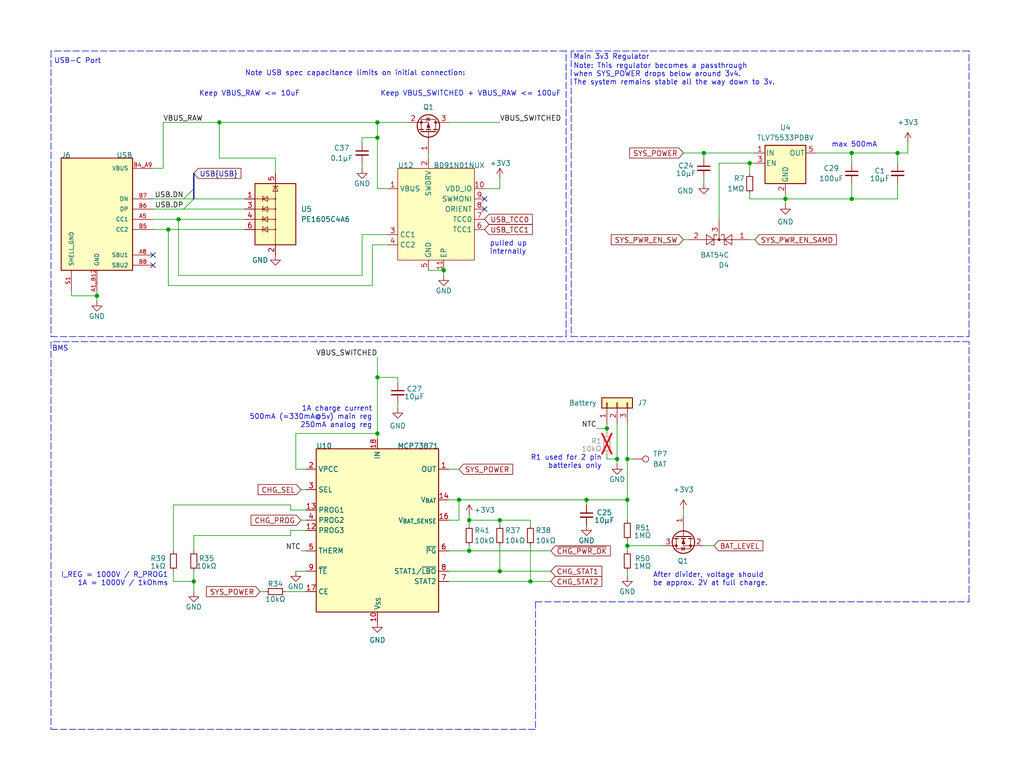
<source format=kicad_sch>
(kicad_sch (version 20231120) (generator "eeschema") (generator_version "8.0")
  (paper "User" 254.991 194.996)
  (title_block (title "TANGARA") (date "2024-06-21") (rev "4") (company "made by jacqueline") (comment 1 "SPDX-License-Identifier: CERN-OHL-S-2.0"))
  (lib_symbols
    (symbol "Battery_Management:MCP73871"
      (property "Reference" "U" (at -7.62 24.13 0))
      (property "Value" "MCP73871" (at -15.24 21.59 0))
      (symbol "MCP73871_0_1"
        (rectangle (start -15.24 20.32) (end 15.24 -20.32) (stroke (width 0.254)) (fill (type background)))
      )
      (symbol "MCP73871_1_1"
        (pin power_out line (at 17.78 15.24 180) (length 2.54) (name "OUT") (number "1"))
        (pin power_in line (at 0 -22.86 90) (length 2.54) (name "V_{SS}") (number "10"))
        (pin passive line (at 0 -22.86 90) (length 2.54) hide (name "V_{SS}") (number "11"))
        (pin bidirectional line (at -17.78 0 0) (length 2.54) (name "PROG3") (number "12"))
        (pin bidirectional line (at -17.78 5.08 0) (length 2.54) (name "PROG1") (number "13"))
        (pin power_out line (at 17.78 7.62 180) (length 2.54) (name "V_{BAT}") (number "14"))
        (pin passive line (at 17.78 7.62 180) (length 2.54) hide (name "V_{BAT}") (number "15"))
        (pin input line (at 17.78 2.54 180) (length 2.54) (name "V_{BAT_SENSE}") (number "16"))
        (pin input line (at -17.78 -15.24 0) (length 2.54) (name "CE") (number "17"))
        (pin power_in line (at 0 22.86 270) (length 2.54) (name "IN") (number "18"))
        (pin passive line (at 0 22.86 270) (length 2.54) hide (name "IN") (number "19"))
        (pin input line (at -17.78 15.24 0) (length 2.54) (name "VPCC") (number "2"))
        (pin passive line (at 17.78 15.24 180) (length 2.54) hide (name "OUT") (number "20"))
        (pin passive line (at 0 -22.86 90) (length 2.54) hide (name "V_{SS}") (number "21"))
        (pin input line (at -17.78 10.16 0) (length 2.54) (name "SEL") (number "3"))
        (pin input line (at -17.78 2.54 0) (length 2.54) (name "PROG2") (number "4"))
        (pin bidirectional line (at -17.78 -5.08 0) (length 2.54) (name "THERM") (number "5"))
        (pin open_collector line (at 17.78 -5.08 180) (length 2.54) (name "~{PG}") (number "6"))
        (pin open_collector line (at 17.78 -12.7 180) (length 2.54) (name "STAT2") (number "7"))
        (pin open_collector line (at 17.78 -10.16 180) (length 2.54) (name "STAT1/~{LBO}") (number "8"))
        (pin input line (at -17.78 -10.16 0) (length 2.54) (name "~{TE}") (number "9"))
      )
    )
    (symbol "Connector:TestPoint" (pin_numbers hide) (pin_names (offset 0.762) hide)
      (property "Reference" "TP" (at 0 6.858 0))
      (property "Value" "TestPoint" (at 0 5.08 0))
      (symbol "TestPoint_0_1"
        (circle (center 0 3.302) (radius 0.762))
      )
      (symbol "TestPoint_1_1"
        (pin passive line (at 0 0 90) (length 2.54) (name "1") (number "1"))
      )
    )
    (symbol "Connector_Generic:Conn_01x03" (pin_names (offset 1.016) hide)
      (property "Reference" "J" (at 0 5.08 0))
      (property "Value" "Conn_01x03" (at 0 -5.08 0))
      (symbol "Conn_01x03_1_1"
        (rectangle (start -1.27 -2.413) (end 0 -2.667) (stroke (width 0.1524)))
        (rectangle (start -1.27 0.127) (end 0 -0.127) (stroke (width 0.1524)))
        (rectangle (start -1.27 2.667) (end 0 2.413) (stroke (width 0.1524)))
        (rectangle (start -1.27 3.81) (end 1.27 -3.81) (stroke (width 0.254)) (fill (type background)))
        (pin passive line (at -5.08 2.54 0) (length 3.81) (name "Pin_1") (number "1"))
        (pin passive line (at -5.08 0 0) (length 3.81) (name "Pin_2") (number "2"))
        (pin passive line (at -5.08 -2.54 0) (length 3.81) (name "Pin_3") (number "3"))
      )
    )
    (symbol "Device:C_Small" (pin_numbers hide) (pin_names (offset 0.254) hide)
      (property "Reference" "C" (at 0.254 1.778 0))
      (property "Value" "C_Small" (at 0.254 -2.032 0))
      (symbol "C_Small_0_1"
        (polyline (pts (xy -1.524 -0.508) (xy 1.524 -0.508)) (stroke (width 0.3302)))
        (polyline (pts (xy -1.524 0.508) (xy 1.524 0.508)) (stroke (width 0.3048)))
      )
      (symbol "C_Small_1_1"
        (pin passive line (at 0 2.54 270) (length 2.032) (name "~") (number "1"))
        (pin passive line (at 0 -2.54 90) (length 2.032) (name "~") (number "2"))
      )
    )
    (symbol "Device:Q_NMOS_GSD" (pin_names (offset 0) hide)
      (property "Reference" "Q" (at 5.08 1.27 0))
      (property "Value" "Q_NMOS_GSD" (at 5.08 -1.27 0))
      (symbol "Q_NMOS_GSD_0_1"
        (polyline (pts (xy 0.254 0) (xy -2.54 0)))
        (polyline (pts (xy 0.254 1.905) (xy 0.254 -1.905)) (stroke (width 0.254)))
        (polyline (pts (xy 0.762 -1.27) (xy 0.762 -2.286)) (stroke (width 0.254)))
        (polyline (pts (xy 0.762 0.508) (xy 0.762 -0.508)) (stroke (width 0.254)))
        (polyline (pts (xy 0.762 2.286) (xy 0.762 1.27)) (stroke (width 0.254)))
        (polyline (pts (xy 2.54 2.54) (xy 2.54 1.778)))
        (polyline (pts (xy 2.54 -2.54) (xy 2.54 0) (xy 0.762 0)))
        (polyline (pts (xy 0.762 -1.778) (xy 3.302 -1.778) (xy 3.302 1.778) (xy 0.762 1.778)))
        (polyline (pts (xy 1.016 0) (xy 2.032 0.381) (xy 2.032 -0.381) (xy 1.016 0)) (fill (type outline)))
        (polyline (pts (xy 2.794 0.508) (xy 2.921 0.381) (xy 3.683 0.381) (xy 3.81 0.254)))
        (polyline (pts (xy 3.302 0.381) (xy 2.921 -0.254) (xy 3.683 -0.254) (xy 3.302 0.381)))
        (circle (center 1.651 0) (radius 2.794) (stroke (width 0.254)))
        (circle (center 2.54 -1.778) (radius 0.254) (fill (type outline)))
        (circle (center 2.54 1.778) (radius 0.254) (fill (type outline)))
      )
      (symbol "Q_NMOS_GSD_1_1"
        (pin input line (at -5.08 0 0) (length 2.54) (name "G") (number "1"))
        (pin passive line (at 2.54 -5.08 90) (length 2.54) (name "S") (number "2"))
        (pin passive line (at 2.54 5.08 270) (length 2.54) (name "D") (number "3"))
      )
    )
    (symbol "Device:Q_PMOS_GSD" (pin_names (offset 0) hide)
      (property "Reference" "Q" (at 5.08 1.27 0))
      (property "Value" "Q_PMOS_GSD" (at 5.08 -1.27 0))
      (symbol "Q_PMOS_GSD_0_1"
        (polyline (pts (xy 0.254 0) (xy -2.54 0)))
        (polyline (pts (xy 0.254 1.905) (xy 0.254 -1.905)) (stroke (width 0.254)))
        (polyline (pts (xy 0.762 -1.27) (xy 0.762 -2.286)) (stroke (width 0.254)))
        (polyline (pts (xy 0.762 0.508) (xy 0.762 -0.508)) (stroke (width 0.254)))
        (polyline (pts (xy 0.762 2.286) (xy 0.762 1.27)) (stroke (width 0.254)))
        (polyline (pts (xy 2.54 2.54) (xy 2.54 1.778)))
        (polyline (pts (xy 2.54 -2.54) (xy 2.54 0) (xy 0.762 0)))
        (polyline (pts (xy 0.762 1.778) (xy 3.302 1.778) (xy 3.302 -1.778) (xy 0.762 -1.778)))
        (polyline (pts (xy 2.286 0) (xy 1.27 0.381) (xy 1.27 -0.381) (xy 2.286 0)) (fill (type outline)))
        (polyline (pts (xy 2.794 -0.508) (xy 2.921 -0.381) (xy 3.683 -0.381) (xy 3.81 -0.254)))
        (polyline (pts (xy 3.302 -0.381) (xy 2.921 0.254) (xy 3.683 0.254) (xy 3.302 -0.381)))
        (circle (center 1.651 0) (radius 2.794) (stroke (width 0.254)))
        (circle (center 2.54 -1.778) (radius 0.254) (fill (type outline)))
        (circle (center 2.54 1.778) (radius 0.254) (fill (type outline)))
      )
      (symbol "Q_PMOS_GSD_1_1"
        (pin input line (at -5.08 0 0) (length 2.54) (name "G") (number "1"))
        (pin passive line (at 2.54 -5.08 90) (length 2.54) (name "S") (number "2"))
        (pin passive line (at 2.54 5.08 270) (length 2.54) (name "D") (number "3"))
      )
    )
    (symbol "Device:R_Small" (pin_numbers hide) (pin_names (offset 0.254) hide)
      (property "Reference" "R" (at 0.762 0.508 0))
      (property "Value" "R_Small" (at 0.762 -1.016 0))
      (symbol "R_Small_0_1"
        (rectangle (start -0.762 1.778) (end 0.762 -1.778) (stroke (width 0.2032)))
      )
      (symbol "R_Small_1_1"
        (pin passive line (at 0 2.54 270) (length 0.762) (name "~") (number "1"))
        (pin passive line (at 0 -2.54 90) (length 0.762) (name "~") (number "2"))
      )
    )
    (symbol "Diode:BAT54C" (pin_names (offset 1.016))
      (property "Reference" "D" (at 0.635 -3.81 0))
      (property "Value" "BAT54C" (at -6.35 3.175 0))
      (symbol "BAT54C_0_1"
        (polyline (pts (xy -1.905 0) (xy 1.905 0)))
        (polyline (pts (xy -1.905 1.27) (xy -1.905 1.016)))
        (polyline (pts (xy -1.27 -1.27) (xy -0.635 -1.27)))
        (polyline (pts (xy -1.27 0) (xy -3.81 0)))
        (polyline (pts (xy -1.27 1.27) (xy -1.905 1.27)))
        (polyline (pts (xy -1.27 1.27) (xy -1.27 -1.27)))
        (polyline (pts (xy -0.635 -1.27) (xy -0.635 -1.016)))
        (polyline (pts (xy 0.635 -1.27) (xy 0.635 -1.016)))
        (polyline (pts (xy 1.27 -1.27) (xy 0.635 -1.27)))
        (polyline (pts (xy 1.27 1.27) (xy 1.27 -1.27)))
        (polyline (pts (xy 1.27 1.27) (xy 1.905 1.27)))
        (polyline (pts (xy 1.905 1.27) (xy 1.905 1.016)))
        (polyline (pts (xy 3.81 0) (xy 1.27 0)))
        (polyline (pts (xy -3.175 -1.27) (xy -3.175 1.27) (xy -1.27 0) (xy -3.175 -1.27)))
        (polyline (pts (xy 3.175 -1.27) (xy 3.175 1.27) (xy 1.27 0) (xy 3.175 -1.27)))
        (circle (center 0 0) (radius 0.254) (fill (type outline)))
      )
      (symbol "BAT54C_1_1"
        (pin passive line (at -7.62 0 0) (length 3.81) (name "~") (number "1"))
        (pin passive line (at 7.62 0 180) (length 3.81) (name "~") (number "2"))
        (pin passive line (at 0 -5.08 90) (length 5.08) (name "~") (number "3"))
      )
    )
    (symbol "Regulator_Linear:TLV75533PDBV" (pin_names (offset 0.254))
      (property "Reference" "U" (at -3.81 5.715 0))
      (property "Value" "TLV75533PDBV" (at 0 5.715 0))
      (symbol "TLV75533PDBV_0_1"
        (rectangle (start -5.08 4.445) (end 5.08 -5.08) (stroke (width 0.254)) (fill (type background)))
      )
      (symbol "TLV75533PDBV_1_1"
        (pin power_in line (at -7.62 2.54 0) (length 2.54) (name "IN") (number "1"))
        (pin power_in line (at 0 -7.62 90) (length 2.54) (name "GND") (number "2"))
        (pin input line (at -7.62 0 0) (length 2.54) (name "EN") (number "3"))
        (pin no_connect line (at 5.08 0 180) (length 2.54) hide (name "NC") (number "4"))
        (pin power_out line (at 7.62 2.54 180) (length 2.54) (name "OUT") (number "5"))
      )
    )
    (symbol "power:+3V3" (power) (pin_names (offset 0))
      (property "Value" "+3V3" (at 0 3.556 0))
      (symbol "+3V3_0_1"
        (polyline (pts (xy -0.762 1.27) (xy 0 2.54)))
        (polyline (pts (xy 0 0) (xy 0 2.54)))
        (polyline (pts (xy 0 2.54) (xy 0.762 1.27)))
      )
      (symbol "+3V3_1_1"
        (pin power_in line (at 0 0 90) (length 0) hide (name "+3V3") (number "1"))
      )
    )
    (symbol "power:GND" (power) (pin_names (offset 0))
      (property "Value" "GND" (at 0 -3.81 0))
      (symbol "GND_0_1"
        (polyline (pts (xy 0 0) (xy 0 -1.27) (xy 1.27 -1.27) (xy 0 -2.54) (xy -1.27 -1.27) (xy 0 -1.27)))
      )
      (symbol "GND_1_1"
        (pin power_in line (at 0 0 270) (length 0) hide (name "GND") (number "1"))
      )
    )
    (symbol "symbols:BD91N01NUX"
      (property "Reference" "U" (at 0 13.97 0))
      (property "Value" "BD91N01NUX" (at 5.08 16.51 0))
      (symbol "BD91N01NUX_0_1"
        (rectangle (start -12.7 12.7) (end 6.35 -10.16) (fill (type background)))
      )
      (symbol "BD91N01NUX_1_1"
        (pin power_in line (at -15.24 7.62 0) (length 2.54) (name "VBUS") (number "1"))
        (pin power_in line (at 8.89 7.62 180) (length 2.54) (name "VDD_IO") (number "10"))
        (pin power_in line (at -1.27 -12.7 90) (length 2.54) (name "EP") (number "11"))
        (pin output line (at -5.08 15.24 270) (length 2.54) (name "SWDRV") (number "2"))
        (pin input line (at -15.24 -3.81 0) (length 2.54) (name "CC1") (number "3"))
        (pin input line (at -15.24 -6.35 0) (length 2.54) (name "CC2") (number "4"))
        (pin power_in line (at -5.08 -12.7 90) (length 2.54) (name "GND") (number "5"))
        (pin output line (at 8.89 -2.54 180) (length 2.54) (name "TCC1") (number "6"))
        (pin output line (at 8.89 0 180) (length 2.54) (name "TCC0") (number "7"))
        (pin output line (at 8.89 2.54 180) (length 2.54) (name "ORIENT") (number "8"))
        (pin output line (at 8.89 5.08 180) (length 2.54) (name "SWMONI") (number "9"))
      )
    )
    (symbol "symbols:PE1605C4A6" (pin_names hide)
      (property "Reference" "D" (at 3.81 -5.08 90))
      (property "Value" "PE1605C4A6" (at 3.81 2.54 90))
      (property "MPN" "PE1605C4A6" (at 20.066 0.508 90))
      (symbol "PE1605C4A6_0_0"
        (pin passive line (at 2.54 -10.16 90) (length 2.54) (name "GND") (number "2"))
      )
      (symbol "PE1605C4A6_0_1"
        (rectangle (start -2.54 7.62) (end 7.62 -7.62) (stroke (width 0.254)) (fill (type background)))
        (polyline (pts (xy -2.54 -3.81) (xy 2.54 -3.81)))
        (polyline (pts (xy -2.54 -1.27) (xy 2.54 -1.27)))
        (polyline (pts (xy -2.54 1.27) (xy 2.54 1.27)))
        (polyline (pts (xy 2.54 3.81) (xy 2.54 7.62)))
        (polyline (pts (xy -0.635 -4.445) (xy -0.635 -3.175) (xy -0.381 -3.175)))
        (polyline (pts (xy -0.635 -1.905) (xy -0.635 -0.635) (xy -0.381 -0.635)))
        (polyline (pts (xy -0.635 0.635) (xy -0.635 1.905) (xy -0.381 1.905)))
        (polyline (pts (xy -0.635 3.175) (xy -0.635 4.445) (xy -0.381 4.445)))
        (polyline (pts (xy 1.905 6.985) (xy 3.175 6.985) (xy 3.175 6.731)))
        (polyline (pts (xy 0.635 -4.445) (xy 0.635 -3.175) (xy -0.635 -3.81) (xy 0.635 -4.445)))
        (polyline (pts (xy 0.635 -1.905) (xy 0.635 -0.635) (xy -0.635 -1.27) (xy 0.635 -1.905)))
        (polyline (pts (xy 0.635 0.635) (xy 0.635 1.905) (xy -0.635 1.27) (xy 0.635 0.635)))
        (polyline (pts (xy 0.635 3.175) (xy 0.635 4.445) (xy -0.635 3.81) (xy 0.635 3.175)))
        (polyline (pts (xy 1.905 5.715) (xy 3.175 5.715) (xy 2.54 6.985) (xy 1.905 5.715)))
        (polyline (pts (xy 2.54 -7.62) (xy 2.54 -6.35) (xy 2.54 3.81) (xy -2.54 3.81)))
        (circle (center 2.54 -3.81) (radius 0.127))
        (circle (center 2.54 -1.27) (radius 0.127))
        (circle (center 2.54 1.27) (radius 0.127))
        (circle (center 2.54 3.81) (radius 0.127))
      )
      (symbol "PE1605C4A6_1_1"
        (pin passive line (at -5.08 3.81 0) (length 2.54) (name "IO1") (number "1"))
        (pin passive line (at -5.08 1.27 0) (length 2.54) (name "IO2") (number "3"))
        (pin passive line (at -5.08 -1.27 0) (length 2.54) (name "IO3") (number "4"))
        (pin passive line (at 2.54 10.16 270) (length 2.54) (name "IO4") (number "5"))
        (pin passive line (at -5.08 -3.81 0) (length 2.54) (name "IO5") (number "6"))
      )
    )
    (symbol "symbols:USB4510-03-1-A_REVA" (pin_names (offset 1.016))
      (property "Reference" "J" (at -12.7 16.002 0))
      (property "Value" "USB4510-03-1-A_REVA" (at -12.7 -18.542 0))
      (symbol "USB4510-03-1-A_REVA_0_0"
        (rectangle (start -5.08 15.24) (end 12.7 -12.7) (stroke (width 0.254)) (fill (type background)))
        (pin power_in line (at 3.81 -17.78 90) (length 5.08) (name "GND") (number "A1_B12"))
        (pin power_in line (at 17.78 12.7 180) (length 5.08) hide (name "VBUS") (number "A4_B9"))
        (pin bidirectional line (at 17.78 0 180) (length 5.08) (name "CC1") (number "A5"))
        (pin bidirectional line (at 17.78 2.54 180) (length 5.08) hide (name "DP") (number "A6"))
        (pin bidirectional line (at 17.78 5.08 180) (length 5.08) hide (name "DN") (number "A7"))
        (pin bidirectional line (at 17.78 -8.89 180) (length 5.08) (name "SBU1") (number "A8"))
        (pin power_in line (at 3.81 -17.78 90) (length 5.08) hide (name "GND") (number "B1_A12"))
        (pin power_in line (at 17.78 12.7 180) (length 5.08) (name "VBUS") (number "B4_A9"))
        (pin bidirectional line (at 17.78 -2.54 180) (length 5.08) (name "CC2") (number "B5"))
        (pin bidirectional line (at 17.78 2.54 180) (length 5.08) (name "DP") (number "B6"))
        (pin bidirectional line (at 17.78 5.08 180) (length 5.08) (name "DN") (number "B7"))
        (pin bidirectional line (at 17.78 -11.43 180) (length 5.08) (name "SBU2") (number "B8"))
        (pin power_in line (at -2.54 -17.78 90) (length 5.08) (name "SHELL_GND") (number "S1"))
        (pin power_in line (at -2.54 -17.78 90) (length 5.08) hide (name "SHELL_GND") (number "S2"))
        (pin power_in line (at -2.54 -17.78 90) (length 5.08) hide (name "SHELL_GND") (number "S3"))
        (pin power_in line (at -2.54 -17.78 90) (length 5.08) hide (name "SHELL_GND") (number "S4"))
      )
    )
  )
  (junction (at 54.61 30.48))
  (junction (at 93.98 34.29))
  (junction (at 156.21 135.89))
  (junction (at 156.21 114.3))
  (junction (at 146.05 124.46))
  (junction (at 24.13 73.66))
  (junction (at 93.98 30.48))
  (junction (at 124.46 142.24))
  (junction (at 114.3 124.46))
  (junction (at 212.09 38.1))
  (junction (at 44.45 54.61))
  (junction (at 93.98 93.98))
  (junction (at 186.69 40.64))
  (junction (at 116.84 137.16))
  (junction (at 41.91 57.15))
  (junction (at 223.52 38.1))
  (junction (at 175.26 38.1))
  (junction (at 93.98 107.95))
  (junction (at 156.21 124.46))
  (junction (at 153.67 114.3))
  (junction (at 110.49 67.31))
  (junction (at 195.58 49.53))
  (junction (at 116.84 129.54))
  (junction (at 151.13 106.68))
  (junction (at 124.46 129.54))
  (junction (at 132.08 144.78))
  (junction (at 48.26 144.78))
  (junction (at 212.09 49.53))
  (no_connect (at 120.65 49.53))
  (no_connect (at 120.65 52.07))
  (no_connect (at 38.1 66.04))
  (no_connect (at 38.1 63.5))
  (bus_entry (at 45.72 49.53) (size 2.54 -2.54))
  (bus_entry (at 45.72 52.07) (size 2.54 -2.54))
  (wire (pts (xy 40.64 30.48) (xy 40.64 41.91)))
  (wire (pts (xy 93.98 30.48) (xy 93.98 34.29)))
  (wire (pts (xy 212.09 40.64) (xy 212.09 38.1)))
  (wire (pts (xy 90.17 68.58) (xy 90.17 58.42)))
  (wire (pts (xy 64.77 147.32) (xy 66.04 147.32)))
  (wire (pts (xy 156.21 105.41) (xy 156.21 114.3)))
  (wire (pts (xy 223.52 38.1) (xy 226.06 38.1)))
  (wire (pts (xy 38.1 52.07) (xy 45.72 52.07)))
  (wire (pts (xy 153.67 115.57) (xy 153.67 114.3)))
  (polyline (pts (xy 12.7 85.09) (xy 12.7 181.61)) (stroke (width 0) (type dash)))
  (polyline (pts (xy 241.3 12.7) (xy 142.24 12.7)) (stroke (width 0) (type dash)))
  (wire (pts (xy 195.58 49.53) (xy 212.09 49.53)))
  (wire (pts (xy 111.76 142.24) (xy 124.46 142.24)))
  (wire (pts (xy 73.66 107.95) (xy 93.98 107.95)))
  (wire (pts (xy 186.69 40.64) (xy 186.69 43.18)))
  (wire (pts (xy 223.52 45.72) (xy 223.52 49.53)))
  (wire (pts (xy 151.13 106.68) (xy 151.13 105.41)))
  (wire (pts (xy 73.66 116.84) (xy 73.66 107.95)))
  (wire (pts (xy 116.84 135.89) (xy 116.84 137.16)))
  (wire (pts (xy 72.39 125.73) (xy 72.39 127)))
  (wire (pts (xy 38.1 49.53) (xy 45.72 49.53)))
  (wire (pts (xy 48.26 144.78) (xy 48.26 147.32)))
  (wire (pts (xy 60.96 54.61) (xy 44.45 54.61)))
  (wire (pts (xy 24.13 72.39) (xy 24.13 73.66)))
  (wire (pts (xy 90.17 58.42) (xy 96.52 58.42)))
  (wire (pts (xy 175.26 135.89) (xy 177.8 135.89)))
  (wire (pts (xy 44.45 54.61) (xy 44.45 68.58)))
  (wire (pts (xy 54.61 39.37) (xy 54.61 30.48)))
  (wire (pts (xy 54.61 30.48) (xy 93.98 30.48)))
  (wire (pts (xy 76.2 116.84) (xy 73.66 116.84)))
  (wire (pts (xy 156.21 114.3) (xy 156.21 124.46)))
  (wire (pts (xy 186.69 40.64) (xy 187.96 40.64)))
  (wire (pts (xy 132.08 144.78) (xy 137.16 144.78)))
  (wire (pts (xy 186.69 49.53) (xy 186.69 48.26)))
  (wire (pts (xy 48.26 142.24) (xy 48.26 144.78)))
  (wire (pts (xy 111.76 30.48) (xy 124.46 30.48)))
  (wire (pts (xy 93.98 30.48) (xy 101.6 30.48)))
  (wire (pts (xy 93.98 34.29) (xy 93.98 46.99)))
  (polyline (pts (xy 133.35 149.86) (xy 241.3 149.86)) (stroke (width 0) (type dash)))
  (wire (pts (xy 111.76 144.78) (xy 132.08 144.78)))
  (wire (pts (xy 92.71 71.12) (xy 92.71 60.96)))
  (wire (pts (xy 41.91 71.12) (xy 92.71 71.12)))
  (wire (pts (xy 175.26 38.1) (xy 187.96 38.1)))
  (wire (pts (xy 153.67 105.41) (xy 153.67 114.3)))
  (wire (pts (xy 203.2 38.1) (xy 212.09 38.1)))
  (wire (pts (xy 106.68 38.1) (xy 106.68 39.37)))
  (wire (pts (xy 151.13 107.95) (xy 151.13 106.68)))
  (wire (pts (xy 175.26 39.37) (xy 175.26 38.1)))
  (wire (pts (xy 41.91 57.15) (xy 41.91 71.12)))
  (wire (pts (xy 116.84 129.54) (xy 124.46 129.54)))
  (polyline (pts (xy 12.7 12.7) (xy 12.7 83.82)) (stroke (width 0) (type dash)))
  (wire (pts (xy 120.65 46.99) (xy 124.46 46.99)))
  (wire (pts (xy 76.2 147.32) (xy 71.12 147.32)))
  (wire (pts (xy 74.93 129.54) (xy 76.2 129.54)))
  (polyline (pts (xy 12.7 83.82) (xy 140.97 83.82)) (stroke (width 0) (type dash)))
  (wire (pts (xy 116.84 130.81) (xy 116.84 129.54)))
  (wire (pts (xy 148.59 106.68) (xy 151.13 106.68)))
  (wire (pts (xy 73.66 142.24) (xy 76.2 142.24)))
  (wire (pts (xy 179.07 40.64) (xy 186.69 40.64)))
  (wire (pts (xy 151.13 113.03) (xy 151.13 114.3)))
  (wire (pts (xy 156.21 142.24) (xy 156.21 143.51)))
  (wire (pts (xy 195.58 49.53) (xy 195.58 48.26)))
  (wire (pts (xy 156.21 124.46) (xy 156.21 129.54)))
  (wire (pts (xy 106.68 67.31) (xy 110.49 67.31)))
  (wire (pts (xy 223.52 38.1) (xy 223.52 40.64)))
  (wire (pts (xy 187.96 59.69) (xy 186.69 59.69)))
  (wire (pts (xy 17.78 72.39) (xy 17.78 73.66)))
  (wire (pts (xy 72.39 133.35) (xy 48.26 133.35)))
  (wire (pts (xy 124.46 129.54) (xy 132.08 129.54)))
  (wire (pts (xy 72.39 132.08) (xy 76.2 132.08)))
  (polyline (pts (xy 140.97 83.82) (xy 140.97 12.7)) (stroke (width 0) (type dash)))
  (polyline (pts (xy 133.35 149.86) (xy 133.35 181.61)) (stroke (width 0) (type dash)))
  (wire (pts (xy 90.17 40.64) (xy 90.17 41.91)))
  (wire (pts (xy 195.58 50.8) (xy 195.58 49.53)))
  (wire (pts (xy 60.96 49.53) (xy 48.26 49.53)))
  (wire (pts (xy 151.13 114.3) (xy 153.67 114.3)))
  (polyline (pts (xy 12.7 181.61) (xy 133.35 181.61)) (stroke (width 0) (type dash)))
  (wire (pts (xy 116.84 128.27) (xy 116.84 129.54)))
  (polyline (pts (xy 241.3 83.82) (xy 241.3 12.7)) (stroke (width 0) (type dash)))
  (wire (pts (xy 99.06 95.25) (xy 99.06 93.98)))
  (wire (pts (xy 44.45 54.61) (xy 38.1 54.61)))
  (wire (pts (xy 38.1 41.91) (xy 40.64 41.91)))
  (wire (pts (xy 114.3 129.54) (xy 114.3 124.46)))
  (wire (pts (xy 124.46 130.81) (xy 124.46 129.54)))
  (wire (pts (xy 111.76 137.16) (xy 116.84 137.16)))
  (wire (pts (xy 48.26 133.35) (xy 48.26 137.16)))
  (wire (pts (xy 212.09 45.72) (xy 212.09 49.53)))
  (wire (pts (xy 212.09 38.1) (xy 223.52 38.1)))
  (wire (pts (xy 41.91 57.15) (xy 38.1 57.15)))
  (polyline (pts (xy 142.24 83.82) (xy 241.3 83.82)) (stroke (width 0) (type dash)))
  (wire (pts (xy 124.46 46.99) (xy 124.46 44.45)))
  (wire (pts (xy 175.26 44.45) (xy 175.26 45.72)))
  (wire (pts (xy 99.06 93.98) (xy 93.98 93.98)))
  (wire (pts (xy 93.98 107.95) (xy 93.98 109.22)))
  (wire (pts (xy 146.05 124.46) (xy 156.21 124.46)))
  (wire (pts (xy 156.21 135.89) (xy 156.21 134.62)))
  (bus (pts (xy 48.26 49.53) (xy 48.26 46.99)))
  (wire (pts (xy 226.06 35.56) (xy 226.06 38.1)))
  (wire (pts (xy 68.58 39.37) (xy 54.61 39.37)))
  (wire (pts (xy 170.18 38.1) (xy 175.26 38.1)))
  (wire (pts (xy 124.46 142.24) (xy 137.16 142.24)))
  (wire (pts (xy 111.76 129.54) (xy 114.3 129.54)))
  (wire (pts (xy 43.18 142.24) (xy 43.18 144.78)))
  (wire (pts (xy 114.3 124.46) (xy 146.05 124.46)))
  (wire (pts (xy 156.21 135.89) (xy 165.1 135.89)))
  (wire (pts (xy 72.39 125.73) (xy 43.18 125.73)))
  (polyline (pts (xy 140.97 12.7) (xy 12.7 12.7)) (stroke (width 0) (type dash)))
  (wire (pts (xy 156.21 137.16) (xy 156.21 135.89)))
  (wire (pts (xy 93.98 88.9) (xy 93.98 93.98)))
  (wire (pts (xy 99.06 100.33) (xy 99.06 101.6)))
  (wire (pts (xy 179.07 40.64) (xy 179.07 54.61)))
  (wire (pts (xy 156.21 114.3) (xy 157.48 114.3)))
  (polyline (pts (xy 142.24 12.7) (xy 142.24 83.82)) (stroke (width 0) (type dash)))
  (bus (pts (xy 48.26 46.99) (xy 48.26 43.18)))
  (wire (pts (xy 90.17 35.56) (xy 90.17 34.29)))
  (wire (pts (xy 90.17 34.29) (xy 93.98 34.29)))
  (wire (pts (xy 110.49 67.31) (xy 110.49 68.58)))
  (wire (pts (xy 124.46 135.89) (xy 124.46 142.24)))
  (wire (pts (xy 74.93 137.16) (xy 76.2 137.16)))
  (wire (pts (xy 111.76 116.84) (xy 114.3 116.84)))
  (wire (pts (xy 72.39 133.35) (xy 72.39 132.08)))
  (wire (pts (xy 24.13 73.66) (xy 24.13 74.93)))
  (polyline (pts (xy 241.3 149.86) (xy 241.3 85.09)) (stroke (width 0) (type dash)))
  (wire (pts (xy 17.78 73.66) (xy 24.13 73.66)))
  (wire (pts (xy 212.09 49.53) (xy 223.52 49.53)))
  (wire (pts (xy 72.39 127) (xy 76.2 127)))
  (wire (pts (xy 132.08 129.54) (xy 132.08 130.81)))
  (wire (pts (xy 60.96 57.15) (xy 41.91 57.15)))
  (wire (pts (xy 116.84 137.16) (xy 137.16 137.16)))
  (wire (pts (xy 43.18 144.78) (xy 48.26 144.78)))
  (wire (pts (xy 146.05 124.46) (xy 146.05 125.73)))
  (wire (pts (xy 170.18 59.69) (xy 171.45 59.69)))
  (wire (pts (xy 132.08 135.89) (xy 132.08 144.78)))
  (wire (pts (xy 170.18 127) (xy 170.18 128.27)))
  (wire (pts (xy 40.64 30.48) (xy 54.61 30.48)))
  (wire (pts (xy 93.98 93.98) (xy 93.98 107.95)))
  (wire (pts (xy 186.69 49.53) (xy 195.58 49.53)))
  (wire (pts (xy 74.93 121.92) (xy 76.2 121.92)))
  (wire (pts (xy 43.18 125.73) (xy 43.18 137.16)))
  (wire (pts (xy 48.26 49.53) (xy 45.72 49.53)))
  (wire (pts (xy 92.71 60.96) (xy 96.52 60.96)))
  (wire (pts (xy 44.45 68.58) (xy 90.17 68.58)))
  (wire (pts (xy 96.52 46.99) (xy 93.98 46.99)))
  (polyline (pts (xy 241.3 85.09) (xy 12.7 85.09)) (stroke (width 0) (type dash)))
  (wire (pts (xy 68.58 43.18) (xy 68.58 39.37)))
  (wire (pts (xy 60.96 52.07) (xy 45.72 52.07)))
  (wire (pts (xy 111.76 124.46) (xy 114.3 124.46)))
  (text "USB-C Port" (at 13.462 16.002 0) (effects (font (size 1.27 1.27)) (justify left bottom)))
  (text "R1 used for 2 pin\nbatteries only" (at 149.86 116.84 0) (effects (font (size 1.27 1.27)) (justify right bottom)))
  (text "max 500mA" (at 207.01 36.83 0) (effects (font (size 1.27 1.27)) (justify left bottom)))
  (text "1A charge current\n500mA (=330mA@5v) main reg\n250mA analog reg" (at 92.71 106.68 0) (effects (font (size 1.27 1.27)) (justify right bottom)))
  (text "BMS" (at 12.954 87.63 0) (effects (font (size 1.27 1.27)) (justify left bottom)))
  (text "pulled up\ninternally" (at 121.92 63.5 0) (effects (font (size 1.27 1.27)) (justify left bottom)))
  (text "After divider, voltage should\nbe approx. 2V at full charge." (at 162.56 146.05 0) (effects (font (size 1.27 1.27)) (justify left bottom)))
  (text "I_REG = 1000V / R_PROG1\n1A = 1000V / 1kOhms" (at 41.91 146.05 0) (effects (font (size 1.27 1.27)) (justify right bottom)))
  (text "Keep VBUS_RAW <= 10uF" (at 49.53 24.13 0) (effects (font (size 1.27 1.27)) (justify left bottom)))
  (text "Keep VBUS_SWITCHED + VBUS_RAW <= 100uF" (at 139.7 24.13 0) (effects (font (size 1.27 1.27)) (justify right bottom)))
  (text "Note: This regulator becomes a passthrough\nwhen SYS_POWER drops below around 3v4.\nThe system remains stable all the way down to 3v." (at 142.748 21.336 0) (effects (font (size 1.27 1.27)) (justify left bottom)))
  (text "Main 3v3 Regulator" (at 142.748 14.986 0) (effects (font (size 1.27 1.27)) (justify left bottom)))
  (text "Note USB spec capacitance limits on initial connection:" (at 60.96 19.05 0) (effects (font (size 1.27 1.27)) (justify left bottom)))
  (label "NTC" (at 74.93 137.16 180))
  (label "VBUS_RAW" (at 40.64 30.48 0))
  (label "USB.DP" (at 45.72 52.07 180))
  (label "VBUS_SWITCHED" (at 124.46 30.48 0))
  (label "NTC" (at 148.59 106.68 180))
  (label "USB.DN" (at 45.72 49.53 180))
  (label "VBUS_SWITCHED" (at 93.98 88.9 180))
  (global_label "~{CHG_PWR_OK}" (shape input) (at 137.16 137.16 0) (property "Intersheetrefs" "${INTERSHEET_REFS}" (effects (hide yes))))
  (global_label "SYS_POWER" (shape input) (at 170.18 38.1 180) (property "Intersheetrefs" "${INTERSHEET_REFS}" (effects (hide yes))))
  (global_label "SYS_PWR_EN_SAMD" (shape input) (at 187.96 59.69 0) (property "Intersheetrefs" "${INTERSHEET_REFS}" (effects (hide yes))))
  (global_label "SYS_POWER" (shape input) (at 64.77 147.32 180) (property "Intersheetrefs" "${INTERSHEET_REFS}" (effects (hide yes))))
  (global_label "CHG_STAT2" (shape input) (at 137.16 144.78 0) (property "Intersheetrefs" "${INTERSHEET_REFS}" (effects (hide yes))))
  (global_label "USB_TCC0" (shape input) (at 120.65 54.61 0) (property "Intersheetrefs" "${INTERSHEET_REFS}" (effects (hide yes))))
  (global_label "USB_TCC1" (shape input) (at 120.65 57.15 0) (property "Intersheetrefs" "${INTERSHEET_REFS}" (effects (hide yes))))
  (global_label "SYS_PWR_EN_SW" (shape input) (at 170.18 59.69 180) (property "Intersheetrefs" "${INTERSHEET_REFS}" (effects (hide yes))))
  (global_label "CHG_SEL" (shape input) (at 74.93 121.92 180) (property "Intersheetrefs" "${INTERSHEET_REFS}" (effects (hide yes))))
  (global_label "CHG_STAT1" (shape input) (at 137.16 142.24 0) (property "Intersheetrefs" "${INTERSHEET_REFS}" (effects (hide yes))))
  (global_label "CHG_PROG" (shape input) (at 74.93 129.54 180) (property "Intersheetrefs" "${INTERSHEET_REFS}" (effects (hide yes))))
  (global_label "BAT_LEVEL" (shape input) (at 177.8 135.89 0) (property "Intersheetrefs" "${INTERSHEET_REFS}" (effects (hide yes))))
  (global_label "SYS_POWER" (shape input) (at 114.3 116.84 0) (property "Intersheetrefs" "${INTERSHEET_REFS}" (effects (hide yes))))
  (global_label "USB{USB}" (shape input) (at 48.26 43.18 0) (property "Intersheetrefs" "${INTERSHEET_REFS}" (effects (hide yes))))
  (symbol (lib_id "Device:R_Small") (at 156.21 139.7 0) (unit 1)
    (property "Reference" "R50" (at 160.02 139.065 0))
    (property "Value" "1MΩ" (at 160.02 140.97 0))
    (property "Footprint" "Resistor_SMD:R_0603_1608Metric" (effects (hide yes)))
    (property "MPN" "AC0603FR-131ML " (effects (hide yes)))
  )
  (symbol (lib_id "symbols:BD91N01NUX") (at 111.76 54.61 0) (unit 1)
    (property "Reference" "U12" (at 99.06 41.91 0) (effects (justify left bottom)))
    (property "Value" "BD91N01NUX" (at 107.95 41.91 0) (effects (justify left bottom)))
    (property "Footprint" "footprints:BD91N01NUX-E2" (effects (hide yes)))
    (property "MPN" "BD91N01NUX" (effects (hide yes)))
  )
  (symbol (lib_id "power:GND") (at 90.17 41.91 0) (unit 1)
    (property "Reference" "#PWR0202" (effects (hide yes)))
    (property "Value" "GND" (at 90.17 45.72 0))
  )
  (symbol (lib_id "power:+3V3") (at 116.84 128.27 0) (unit 1)
    (property "Reference" "#PWR04" (effects (hide yes)))
    (property "Value" "+3V3" (at 120.65 127 0))
  )
  (symbol (lib_id "power:+3V3") (at 226.06 35.56 0) (unit 1)
    (property "Reference" "#PWR0217" (effects (hide yes)))
    (property "Value" "+3V3" (at 226.06 30.48 0))
  )
  (symbol (lib_id "Device:R_Small") (at 48.26 139.7 0) (unit 1)
    (property "Reference" "R35" (at 51.435 139.065 0))
    (property "Value" "10kΩ" (at 51.435 140.97 0))
    (property "Footprint" "Resistor_SMD:R_0603_1608Metric" (effects (hide yes)))
    (property "MPN" "AC0603JR-0710KL" (effects (hide yes)))
  )
  (symbol (lib_id "Device:C_Small") (at 175.26 41.91 0) (unit 1)
    (property "Reference" "C24" (at 170.815 41.275 0))
    (property "Value" "10μF" (at 170.815 43.18 0))
    (property "Footprint" "Capacitor_SMD:C_0805_2012Metric" (effects (hide yes)))
    (property "MPN" "GRM21BR61C106KE15K" (effects (hide yes)))
  )
  (symbol (lib_id "Device:R_Small") (at 68.58 147.32 90) (unit 1)
    (property "Reference" "R34" (at 68.58 145.415 90))
    (property "Value" "10kΩ" (at 68.58 149.225 90))
    (property "Footprint" "Resistor_SMD:R_0603_1608Metric" (effects (hide yes)))
    (property "MPN" "AC0603JR-0710KL" (effects (hide yes)))
  )
  (symbol (lib_id "power:GND") (at 153.67 115.57 0) (unit 1)
    (property "Reference" "#PWR0213" (effects (hide yes)))
    (property "Value" "GND" (at 153.67 119.38 0))
  )
  (symbol (lib_id "Device:C_Small") (at 146.05 128.27 0) (mirror y) (unit 1)
    (property "Reference" "C25" (at 150.495 127.635 0))
    (property "Value" "10μF" (at 150.495 129.54 0))
    (property "Footprint" "Capacitor_SMD:C_0805_2012Metric" (effects (hide yes)))
    (property "MPN" "GRM21BR61C106KE15K" (effects (hide yes)))
  )
  (symbol (lib_id "Battery_Management:MCP73871") (at 93.98 132.08 0) (unit 1)
    (property "Reference" "U10" (at 78.74 111.76 0) (effects (justify left bottom)))
    (property "Value" "MCP73871" (at 109.22 111.76 0) (effects (justify right bottom)))
    (property "Footprint" "footprints:QFN-20-1EP_4x4mm_P0.5mm_EP2.5x2.5mm_ThermalVias2" (effects (hide yes)))
    (property "Datasheet" "http://www.mouser.com/ds/2/268/22090a-52174.pdf" (effects (hide yes)))
    (property "MPN" "MCP73871-2CCI/ML" (effects (hide yes)))
  )
  (symbol (lib_id "power:GND") (at 68.58 63.5 0) (unit 1)
    (property "Reference" "#PWR0203" (effects (hide yes)))
    (property "Value" "GND" (at 64.77 64.77 0))
  )
  (symbol (lib_id "power:GND") (at 24.13 74.93 0) (unit 1)
    (property "Reference" "#PWR0201" (effects (hide yes)))
    (property "Value" "GND" (at 24.13 78.74 0))
  )
  (symbol (lib_id "power:GND") (at 73.66 142.24 0) (unit 1)
    (property "Reference" "#PWR0208" (effects (hide yes)))
    (property "Value" "GND" (at 73.66 146.05 0))
  )
  (symbol (lib_id "Device:R_Small") (at 156.21 132.08 0) (unit 1)
    (property "Reference" "R51" (at 160.02 131.445 0))
    (property "Value" "1MΩ" (at 160.02 133.35 0))
    (property "Footprint" "Resistor_SMD:R_0603_1608Metric" (effects (hide yes)))
    (property "MPN" "AC0603FR-131ML " (effects (hide yes)))
  )
  (symbol (lib_id "Device:R_Small") (at 186.69 45.72 180) (unit 1)
    (property "Reference" "R7" (at 185.42 44.45 0) (effects (justify left)))
    (property "Value" "1MΩ" (at 185.42 46.99 0) (effects (justify left)))
    (property "Footprint" "Resistor_SMD:R_0603_1608Metric" (effects (hide yes)))
    (property "MPN" "AC0603FR-131ML " (effects (hide yes)))
  )
  (symbol (lib_id "Device:R_Small") (at 43.18 139.7 0) (mirror y) (unit 1)
    (property "Reference" "R39" (at 39.37 139.065 0))
    (property "Value" "1kΩ" (at 39.37 140.97 0))
    (property "Footprint" "Resistor_SMD:R_0603_1608Metric" (effects (hide yes)))
    (property "MPN" "RC0603DR-071KL" (effects (hide yes)))
  )
  (symbol (lib_id "Device:C_Small") (at 99.06 97.79 0) (mirror y) (unit 1)
    (property "Reference" "C27" (at 103.1875 96.8375 0))
    (property "Value" "10μF" (at 103.1875 98.7425 0))
    (property "Footprint" "Capacitor_SMD:C_0805_2012Metric" (effects (hide yes)))
    (property "MPN" "GRM21BR61C106KE15K" (effects (hide yes)))
  )
  (symbol (lib_id "Connector:TestPoint") (at 157.48 114.3 270) (mirror x) (unit 1) (in_bom no)
    (property "Reference" "TP7" (at 162.56 113.03 90) (effects (justify left)))
    (property "Value" "BAT" (at 162.56 115.57 90) (effects (justify left)))
    (property "Footprint" "TestPoint:TestPoint_Pad_D1.0mm" (effects (hide yes)))
  )
  (symbol (lib_id "Regulator_Linear:TLV75533PDBV") (at 195.58 40.64 0) (unit 1)
    (property "Reference" "U4" (at 195.58 31.75 0))
    (property "Value" "TLV75533PDBV" (at 195.58 34.29 0))
    (property "Footprint" "Package_TO_SOT_SMD:SOT-23-5" (effects (hide yes)))
    (property "Datasheet" "http://www.ti.com/lit/ds/symlink/tlv755p.pdf" (effects (hide yes)))
    (property "MPN" "TLV75533PDBV" (effects (hide yes)))
  )
  (symbol (lib_id "symbols:PE1605C4A6") (at 66.04 53.34 0) (unit 1)
    (property "Reference" "U5" (at 74.93 52.0699 0) (effects (justify left)))
    (property "Value" "PE1605C4A6" (at 74.93 54.6099 0) (effects (justify left)))
    (property "Footprint" "Package_TO_SOT_SMD:SOT-23-6" (effects (hide yes)))
    (property "Datasheet" "https://www.mouser.com/datasheet/2/1057/PE1605C4A6-AU-1869026.pdf" (effects (hide yes)))
    (property "MPN" "PE1605C4A6" (effects (hide yes)))
  )
  (symbol (lib_id "power:+3V3") (at 124.46 44.45 0) (unit 1)
    (property "Reference" "#PWR0205" (effects (hide yes)))
    (property "Value" "+3V3" (at 121.92 40.64 0) (effects (justify left)))
  )
  (symbol (lib_id "power:GND") (at 110.49 68.58 0) (unit 1)
    (property "Reference" "#PWR0204" (effects (hide yes)))
    (property "Value" "GND" (at 110.49 72.39 0))
  )
  (symbol (lib_id "power:GND") (at 175.26 45.72 0) (unit 1)
    (property "Reference" "#PWR029" (effects (hide yes)))
    (property "Value" "GND" (at 172.72 48.26 0) (effects (justify right bottom)))
  )
  (symbol (lib_id "Device:Q_PMOS_GSD") (at 106.68 33.02 270) (mirror x) (unit 1)
    (property "Reference" "Q1" (at 106.68 26.67 90))
    (property "Value" "PMV48XPA2R" (effects (hide yes)))
    (property "Footprint" "Package_TO_SOT_SMD:TSOT-23" (effects (hide yes)))
    (property "MPN" "PMV48XPA2R" (effects (hide yes)))
  )
  (symbol (lib_id "Device:R_Small") (at 124.46 133.35 0) (unit 1)
    (property "Reference" "R37" (at 125.73 132.08 0) (effects (justify left)))
    (property "Value" "10kΩ" (at 125.73 134.62 0) (effects (justify left)))
    (property "Footprint" "Resistor_SMD:R_0603_1608Metric" (effects (hide yes)))
    (property "MPN" "AC0603JR-0710KL" (effects (hide yes)))
  )
  (symbol (lib_id "power:GND") (at 48.26 147.32 0) (unit 1)
    (property "Reference" "#PWR0206" (effects (hide yes)))
    (property "Value" "GND" (at 48.26 151.13 0))
  )
  (symbol (lib_id "power:GND") (at 146.05 130.81 0) (mirror y) (unit 1)
    (property "Reference" "#PWR0211" (effects (hide yes)))
    (property "Value" "GND" (at 146.05 134.62 0))
  )
  (symbol (lib_id "Device:C_Small") (at 90.17 38.1 0) (unit 1)
    (property "Reference" "C37" (at 85.09 36.83 0))
    (property "Value" "0.1μF" (at 85.09 39.37 0))
    (property "Footprint" "Capacitor_SMD:C_0603_1608Metric" (effects (hide yes)))
    (property "MPN" "GCM188R71C104KA37J" (effects (hide yes)))
    (instances (project "tangara-mainboard" (path "" (reference "C37") (unit 1))) (project "audio" (path "" (reference "C14") (unit 1))))
  )
  (symbol (lib_id "power:GND") (at 195.58 50.8 0) (unit 1)
    (property "Reference" "#PWR01" (effects (hide yes)))
    (property "Value" "GND" (at 195.58 55.245 0))
  )
  (symbol (lib_id "Device:R_Small") (at 151.13 110.49 0) (mirror y) (unit 1) (dnp yes)
    (property "Reference" "R1" (at 149.86 109.855 0) (effects (justify left)))
    (property "Value" "10kΩ" (at 149.86 111.76 0) (effects (justify left)))
    (property "Footprint" "Resistor_SMD:R_0603_1608Metric" (effects (hide yes)))
    (property "MPN" "0.1W 5%" (effects (hide yes)))
  )
  (symbol (lib_id "power:+3V3") (at 170.18 127 0) (unit 1)
    (property "Reference" "#PWR026" (effects (hide yes)))
    (property "Value" "+3V3" (at 170.18 121.92 0))
  )
  (symbol (lib_id "Device:Q_NMOS_GSD") (at 170.18 133.35 90) (mirror x) (unit 1)
    (property "Reference" "Q1" (at 171.45 139.7 90) (effects (justify left)))
    (property "Value" "PJC138K" (effects (hide yes)))
    (property "Footprint" "Package_TO_SOT_SMD:SOT-323_SC-70" (effects (hide yes)))
    (property "MPN" "PJC138K_R1_00001" (effects (hide yes)))
    (instances (project "gay-ipod-faceplate" (path "" (reference "Q1") (unit 1))) (project "tangara-mainboard" (path "" (reference "Q2") (unit 1))))
  )
  (symbol (lib_id "Diode:BAT54C") (at 179.07 59.69 180) (unit 1)
    (property "Reference" "D4" (at 181.61 66.04 0) (effects (justify left)))
    (property "Value" "BAT54C" (at 181.61 63.5 0) (effects (justify left)))
    (property "Footprint" "Package_TO_SOT_SMD:SOT-23" (effects (hide yes)))
    (property "Datasheet" "http://www.diodes.com/_files/datasheets/ds11005.pdf" (effects (hide yes)))
    (property "MPN" "BAT54C" (effects (hide yes)))
  )
  (symbol (lib_id "Device:C_Small") (at 212.09 43.18 0) (unit 1)
    (property "Reference" "C29" (at 207.01 41.91 0))
    (property "Value" "100uF" (at 207.01 44.45 0))
    (property "Footprint" "Capacitor_SMD:C_1210_3225Metric" (effects (hide yes)))
    (property "MPN" "GRM32EC70J107ME15K" (effects (hide yes)))
  )
  (symbol (lib_id "power:GND") (at 156.21 143.51 0) (unit 1)
    (property "Reference" "#PWR0214" (effects (hide yes)))
    (property "Value" "GND" (at 156.21 147.32 0))
  )
  (symbol (lib_id "symbols:USB4510-03-1-A_REVA") (at 20.32 54.61 0) (unit 1)
    (property "Reference" "J6" (at 15.24 39.37 0) (effects (justify left bottom)))
    (property "Value" "USB" (at 33.02 39.37 0) (effects (justify right bottom)))
    (property "Footprint" "footprints:GCT_USB4510-03-1-A_REVA" (effects (hide yes)))
    (property "Datasheet" "https://www.usb.org/sites/default/files/documents/usb_type-c.zip" (effects (hide yes)))
    (property "MPN" "USB4510-03-1-A" (effects (hide yes)))
    (property "PARTREV" "A" (effects (hide yes)))
    (property "STANDARD" "Manufacturer Recommendations" (effects (hide yes)))
    (property "MAXIMUM_PACKAGE_HEIGHT" "2.46mm" (effects (hide yes)))
    (property "MANUFACTURER" "GCT" (effects (hide yes)))
  )
  (symbol (lib_id "power:GND") (at 93.98 154.94 0) (unit 1)
    (property "Reference" "#PWR0210" (effects (hide yes)))
    (property "Value" "GND" (at 93.98 159.385 0))
  )
  (symbol (lib_id "power:GND") (at 99.06 101.6 0) (mirror y) (unit 1)
    (property "Reference" "#PWR0209" (effects (hide yes)))
    (property "Value" "GND" (at 99.06 106.045 0))
  )
  (symbol (lib_id "Device:R_Small") (at 132.08 133.35 0) (unit 1)
    (property "Reference" "R38" (at 133.35 132.08 0) (effects (justify left)))
    (property "Value" "10kΩ" (at 133.35 134.62 0) (effects (justify left)))
    (property "Footprint" "Resistor_SMD:R_0603_1608Metric" (effects (hide yes)))
    (property "MPN" "AC0603JR-0710KL" (effects (hide yes)))
  )
  (symbol (lib_id "Device:C_Small") (at 223.52 43.18 0) (unit 1)
    (property "Reference" "C1" (at 219.075 42.545 0))
    (property "Value" "10μF" (at 219.075 44.45 0))
    (property "Footprint" "Capacitor_SMD:C_0805_2012Metric" (effects (hide yes)))
    (property "MPN" "GRM21BR61C106KE15K" (effects (hide yes)))
  )
  (symbol (lib_id "Device:R_Small") (at 116.84 133.35 0) (unit 1)
    (property "Reference" "R41" (at 118.11 132.08 0) (effects (justify left)))
    (property "Value" "10kΩ" (at 118.11 134.62 0) (effects (justify left)))
    (property "Footprint" "Resistor_SMD:R_0603_1608Metric" (effects (hide yes)))
    (property "MPN" "AC0603JR-0710KL" (effects (hide yes)))
  )
  (symbol (lib_id "Connector_Generic:Conn_01x03") (at 153.67 100.33 90) (unit 1)
    (property "Reference" "J7" (at 158.75 100.33 90) (effects (justify right)))
    (property "Value" "Battery" (at 148.59 100.33 90) (effects (justify left)))
    (property "Footprint" "Connector_JST:JST_PH_S3B-PH-K_1x03_P2.00mm_Horizontal" (effects (hide yes)))
    (property "MPN" "S3B-PH-K-S(LF)(SN)" (effects (hide yes)))
  )
)
</source>
